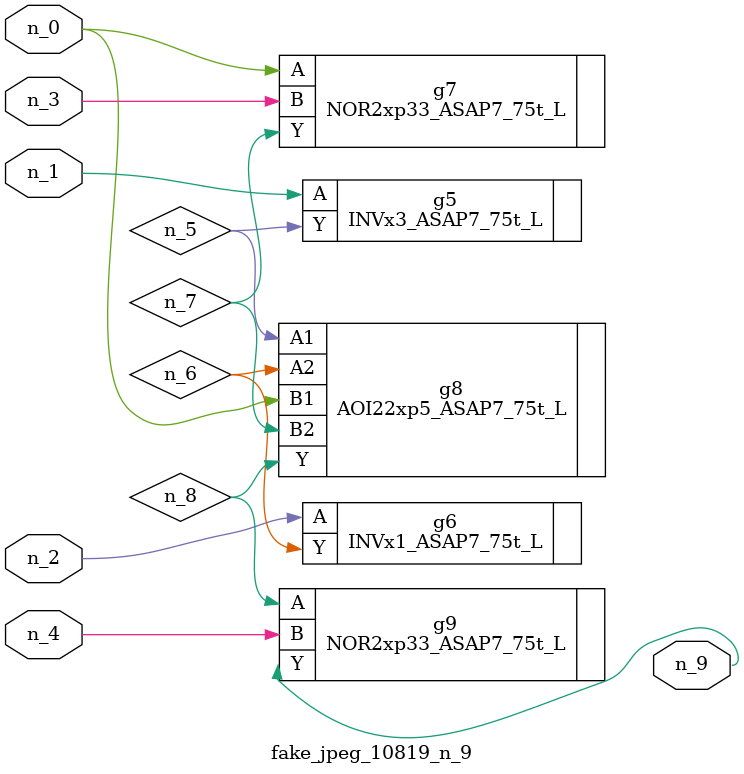
<source format=v>
module fake_jpeg_10819_n_9 (n_3, n_2, n_1, n_0, n_4, n_9);

input n_3;
input n_2;
input n_1;
input n_0;
input n_4;

output n_9;

wire n_8;
wire n_6;
wire n_5;
wire n_7;

INVx3_ASAP7_75t_L g5 ( 
.A(n_1),
.Y(n_5)
);

INVx1_ASAP7_75t_L g6 ( 
.A(n_2),
.Y(n_6)
);

NOR2xp33_ASAP7_75t_L g7 ( 
.A(n_0),
.B(n_3),
.Y(n_7)
);

AOI22xp5_ASAP7_75t_L g8 ( 
.A1(n_5),
.A2(n_6),
.B1(n_0),
.B2(n_7),
.Y(n_8)
);

NOR2xp33_ASAP7_75t_L g9 ( 
.A(n_8),
.B(n_4),
.Y(n_9)
);


endmodule
</source>
